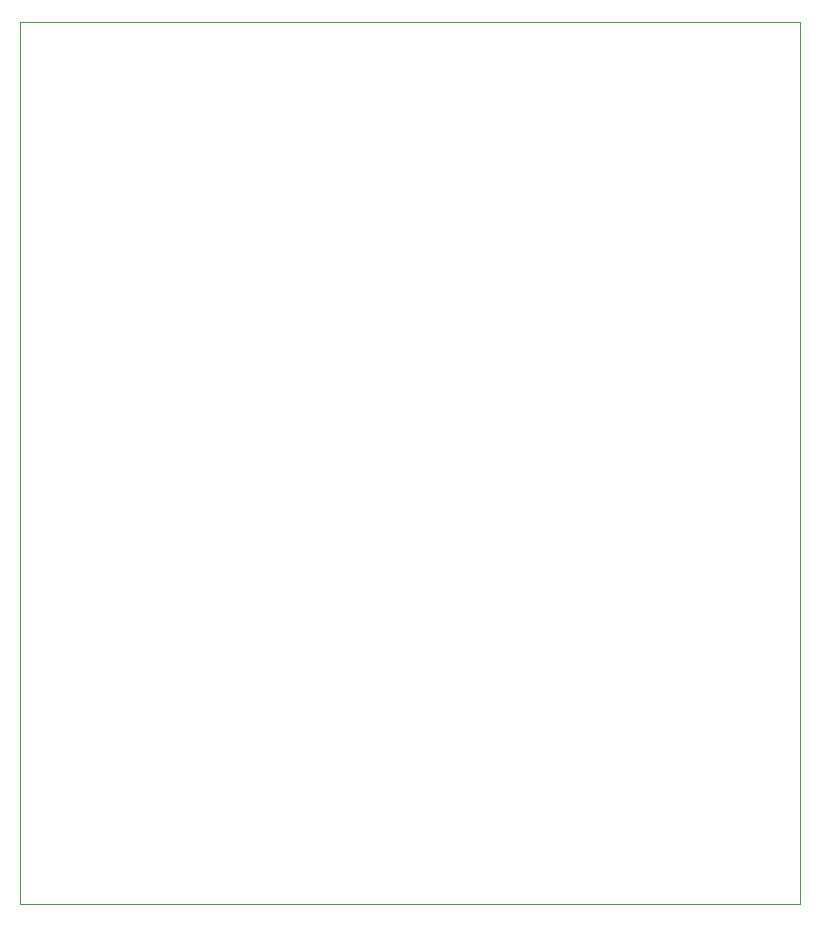
<source format=gbr>
%TF.GenerationSoftware,KiCad,Pcbnew,(6.0.11)*%
%TF.CreationDate,2024-06-19T11:41:47+02:00*%
%TF.ProjectId,Theremin,54686572-656d-4696-9e2e-6b696361645f,rev?*%
%TF.SameCoordinates,Original*%
%TF.FileFunction,Profile,NP*%
%FSLAX46Y46*%
G04 Gerber Fmt 4.6, Leading zero omitted, Abs format (unit mm)*
G04 Created by KiCad (PCBNEW (6.0.11)) date 2024-06-19 11:41:47*
%MOMM*%
%LPD*%
G01*
G04 APERTURE LIST*
%TA.AperFunction,Profile*%
%ADD10C,0.100000*%
%TD*%
G04 APERTURE END LIST*
D10*
X109220000Y-41910000D02*
X175260000Y-41910000D01*
X175260000Y-41910000D02*
X175260000Y-116586000D01*
X175260000Y-116586000D02*
X109220000Y-116586000D01*
X109220000Y-116586000D02*
X109220000Y-41910000D01*
M02*

</source>
